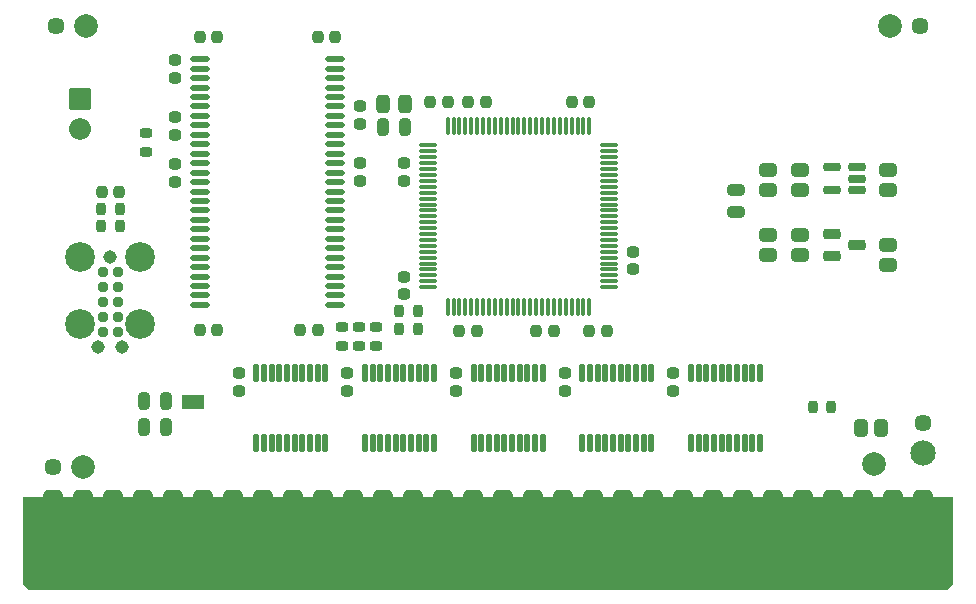
<source format=gts>
G04 #@! TF.GenerationSoftware,KiCad,Pcbnew,7.0.1-0*
G04 #@! TF.CreationDate,2023-10-30T17:31:41-04:00*
G04 #@! TF.ProjectId,RAM2E,52414d32-452e-46b6-9963-61645f706362,2.1*
G04 #@! TF.SameCoordinates,Original*
G04 #@! TF.FileFunction,Soldermask,Top*
G04 #@! TF.FilePolarity,Negative*
%FSLAX46Y46*%
G04 Gerber Fmt 4.6, Leading zero omitted, Abs format (unit mm)*
G04 Created by KiCad (PCBNEW 7.0.1-0) date 2023-10-30 17:31:41*
%MOMM*%
%LPD*%
G01*
G04 APERTURE LIST*
G04 Aperture macros list*
%AMRoundRect*
0 Rectangle with rounded corners*
0 $1 Rounding radius*
0 $2 $3 $4 $5 $6 $7 $8 $9 X,Y pos of 4 corners*
0 Add a 4 corners polygon primitive as box body*
4,1,4,$2,$3,$4,$5,$6,$7,$8,$9,$2,$3,0*
0 Add four circle primitives for the rounded corners*
1,1,$1+$1,$2,$3*
1,1,$1+$1,$4,$5*
1,1,$1+$1,$6,$7*
1,1,$1+$1,$8,$9*
0 Add four rect primitives between the rounded corners*
20,1,$1+$1,$2,$3,$4,$5,0*
20,1,$1+$1,$4,$5,$6,$7,0*
20,1,$1+$1,$6,$7,$8,$9,0*
20,1,$1+$1,$8,$9,$2,$3,0*%
G04 Aperture macros list end*
%ADD10C,0.000000*%
%ADD11C,0.076200*%
%ADD12C,2.000000*%
%ADD13RoundRect,0.136500X0.112500X-0.612500X0.112500X0.612500X-0.112500X0.612500X-0.112500X-0.612500X0*%
%ADD14RoundRect,0.262500X-0.262500X0.212500X-0.262500X-0.212500X0.262500X-0.212500X0.262500X0.212500X0*%
%ADD15RoundRect,0.457200X0.381000X3.289000X-0.381000X3.289000X-0.381000X-3.289000X0.381000X-3.289000X0*%
%ADD16RoundRect,0.262500X0.262500X-0.212500X0.262500X0.212500X-0.262500X0.212500X-0.262500X-0.212500X0*%
%ADD17RoundRect,0.164500X-0.640500X-0.114500X0.640500X-0.114500X0.640500X0.114500X-0.640500X0.114500X0*%
%ADD18C,2.152400*%
%ADD19RoundRect,0.312500X0.262500X0.437500X-0.262500X0.437500X-0.262500X-0.437500X0.262500X-0.437500X0*%
%ADD20RoundRect,0.312500X-0.437500X0.262500X-0.437500X-0.262500X0.437500X-0.262500X0.437500X0.262500X0*%
%ADD21RoundRect,0.262500X-0.212500X-0.262500X0.212500X-0.262500X0.212500X0.262500X-0.212500X0.262500X0*%
%ADD22RoundRect,0.262500X-0.212500X-0.487500X0.212500X-0.487500X0.212500X0.487500X-0.212500X0.487500X0*%
%ADD23C,1.448000*%
%ADD24RoundRect,0.312500X0.437500X-0.262500X0.437500X0.262500X-0.437500X0.262500X-0.437500X-0.262500X0*%
%ADD25RoundRect,0.250000X-0.475000X-0.200000X0.475000X-0.200000X0.475000X0.200000X-0.475000X0.200000X0*%
%ADD26RoundRect,0.262500X0.487500X-0.212500X0.487500X0.212500X-0.487500X0.212500X-0.487500X-0.212500X0*%
%ADD27RoundRect,0.076200X-0.850000X-0.850000X0.850000X-0.850000X0.850000X0.850000X-0.850000X0.850000X0*%
%ADD28O,1.852400X1.852400*%
%ADD29RoundRect,0.225000X-0.175000X-0.300000X0.175000X-0.300000X0.175000X0.300000X-0.175000X0.300000X0*%
%ADD30RoundRect,0.262500X0.212500X0.262500X-0.212500X0.262500X-0.212500X-0.262500X0.212500X-0.262500X0*%
%ADD31C,2.527300*%
%ADD32C,1.143000*%
%ADD33C,0.939800*%
%ADD34RoundRect,0.319950X0.243750X0.456250X-0.243750X0.456250X-0.243750X-0.456250X0.243750X-0.456250X0*%
%ADD35RoundRect,0.225000X-0.300000X0.175000X-0.300000X-0.175000X0.300000X-0.175000X0.300000X0.175000X0*%
%ADD36RoundRect,0.099000X0.662500X0.075000X-0.662500X0.075000X-0.662500X-0.075000X0.662500X-0.075000X0*%
%ADD37RoundRect,0.099000X0.075000X0.662500X-0.075000X0.662500X-0.075000X-0.662500X0.075000X-0.662500X0*%
%ADD38RoundRect,0.225000X0.175000X0.300000X-0.175000X0.300000X-0.175000X-0.300000X0.175000X-0.300000X0*%
%ADD39RoundRect,0.225000X0.300000X-0.175000X0.300000X0.175000X-0.300000X0.175000X-0.300000X-0.175000X0*%
%ADD40RoundRect,0.212500X0.512500X0.162500X-0.512500X0.162500X-0.512500X-0.162500X0.512500X-0.162500X0*%
G04 APERTURE END LIST*
D10*
G36*
X276860000Y-139446000D02*
G01*
X276352000Y-139954000D01*
X198628000Y-139954000D01*
X198120000Y-139446000D01*
X198120000Y-132080000D01*
X276860000Y-132080000D01*
X276860000Y-139446000D01*
G37*
D11*
X213360000Y-124587000D02*
X211582000Y-124587000D01*
X211582000Y-123444000D01*
X213360000Y-123444000D01*
X213360000Y-124587000D01*
G36*
X213360000Y-124587000D02*
G01*
X211582000Y-124587000D01*
X211582000Y-123444000D01*
X213360000Y-123444000D01*
X213360000Y-124587000D01*
G37*
D12*
X203200000Y-129540000D03*
X271526000Y-92202000D03*
D13*
X236250000Y-127550000D03*
X236900000Y-127550000D03*
X237550000Y-127550000D03*
X238200000Y-127550000D03*
X238850000Y-127550000D03*
X239500000Y-127550000D03*
X240150000Y-127550000D03*
X240800000Y-127550000D03*
X241450000Y-127550000D03*
X242100000Y-127550000D03*
X242100000Y-121650000D03*
X241450000Y-121650000D03*
X240800000Y-121650000D03*
X240150000Y-121650000D03*
X239500000Y-121650000D03*
X238850000Y-121650000D03*
X238200000Y-121650000D03*
X237550000Y-121650000D03*
X236900000Y-121650000D03*
X236250000Y-121650000D03*
D14*
X234750000Y-121650000D03*
X234750000Y-123150000D03*
X253150000Y-121650000D03*
X253150000Y-123150000D03*
D13*
X254650000Y-127550000D03*
X255300000Y-127550000D03*
X255950000Y-127550000D03*
X256600000Y-127550000D03*
X257250000Y-127550000D03*
X257900000Y-127550000D03*
X258550000Y-127550000D03*
X259200000Y-127550000D03*
X259850000Y-127550000D03*
X260500000Y-127550000D03*
X260500000Y-121650000D03*
X259850000Y-121650000D03*
X259200000Y-121650000D03*
X258550000Y-121650000D03*
X257900000Y-121650000D03*
X257250000Y-121650000D03*
X256600000Y-121650000D03*
X255950000Y-121650000D03*
X255300000Y-121650000D03*
X254650000Y-121650000D03*
D14*
X243950000Y-121650000D03*
X243950000Y-123150000D03*
D13*
X217850000Y-127550000D03*
X218500000Y-127550000D03*
X219150000Y-127550000D03*
X219800000Y-127550000D03*
X220450000Y-127550000D03*
X221100000Y-127550000D03*
X221750000Y-127550000D03*
X222400000Y-127550000D03*
X223050000Y-127550000D03*
X223700000Y-127550000D03*
X223700000Y-121650000D03*
X223050000Y-121650000D03*
X222400000Y-121650000D03*
X221750000Y-121650000D03*
X221100000Y-121650000D03*
X220450000Y-121650000D03*
X219800000Y-121650000D03*
X219150000Y-121650000D03*
X218500000Y-121650000D03*
X217850000Y-121650000D03*
X245450000Y-127550000D03*
X246100000Y-127550000D03*
X246750000Y-127550000D03*
X247400000Y-127550000D03*
X248050000Y-127550000D03*
X248700000Y-127550000D03*
X249350000Y-127550000D03*
X250000000Y-127550000D03*
X250650000Y-127550000D03*
X251300000Y-127550000D03*
X251300000Y-121650000D03*
X250650000Y-121650000D03*
X250000000Y-121650000D03*
X249350000Y-121650000D03*
X248700000Y-121650000D03*
X248050000Y-121650000D03*
X247400000Y-121650000D03*
X246750000Y-121650000D03*
X246100000Y-121650000D03*
X245450000Y-121650000D03*
D15*
X200660000Y-135282000D03*
X203200000Y-135282000D03*
X205740000Y-135282000D03*
X208280000Y-135282000D03*
X210820000Y-135282000D03*
X213360000Y-135282000D03*
X215900000Y-135282000D03*
X218440000Y-135282000D03*
X220980000Y-135282000D03*
X223520000Y-135282000D03*
X226060000Y-135282000D03*
X228600000Y-135282000D03*
X231140000Y-135282000D03*
X233680000Y-135282000D03*
X236220000Y-135282000D03*
X238760000Y-135282000D03*
X241300000Y-135282000D03*
X243840000Y-135282000D03*
X246380000Y-135282000D03*
X248920000Y-135282000D03*
X251460000Y-135282000D03*
X254000000Y-135282000D03*
X256540000Y-135282000D03*
X259080000Y-135282000D03*
X261620000Y-135282000D03*
X264160000Y-135282000D03*
X266700000Y-135282000D03*
X269240000Y-135282000D03*
X271780000Y-135282000D03*
X274320000Y-135282000D03*
D13*
X227050000Y-127550000D03*
X227700000Y-127550000D03*
X228350000Y-127550000D03*
X229000000Y-127550000D03*
X229650000Y-127550000D03*
X230300000Y-127550000D03*
X230950000Y-127550000D03*
X231600000Y-127550000D03*
X232250000Y-127550000D03*
X232900000Y-127550000D03*
X232900000Y-121650000D03*
X232250000Y-121650000D03*
X231600000Y-121650000D03*
X230950000Y-121650000D03*
X230300000Y-121650000D03*
X229650000Y-121650000D03*
X229000000Y-121650000D03*
X228350000Y-121650000D03*
X227700000Y-121650000D03*
X227050000Y-121650000D03*
D14*
X225550000Y-121650000D03*
X225550000Y-123150000D03*
X226600000Y-103850000D03*
X226600000Y-105350000D03*
D16*
X211000000Y-101450000D03*
X211000000Y-99950000D03*
X211000000Y-96650000D03*
X211000000Y-95150000D03*
X211000000Y-105450000D03*
X211000000Y-103950000D03*
D14*
X226600000Y-99050000D03*
X226600000Y-100550000D03*
D17*
X213050000Y-95050000D03*
X213050000Y-95850000D03*
X213050000Y-96650000D03*
X213050000Y-97450000D03*
X213050000Y-98250000D03*
X213050000Y-99050000D03*
X213050000Y-99850000D03*
X213050000Y-100650000D03*
X213050000Y-101450000D03*
X213050000Y-102250000D03*
X213050000Y-103050000D03*
X213050000Y-103850000D03*
X213050000Y-104650000D03*
X213050000Y-105450000D03*
X213050000Y-106250000D03*
X213050000Y-107050000D03*
X213050000Y-107850000D03*
X213050000Y-108650000D03*
X213050000Y-109450000D03*
X213050000Y-110250000D03*
X213050000Y-111050000D03*
X213050000Y-111850000D03*
X213050000Y-112650000D03*
X213050000Y-113450000D03*
X213050000Y-114250000D03*
X213050000Y-115050000D03*
X213050000Y-115850000D03*
X224550000Y-115850000D03*
X224550000Y-115050000D03*
X224550000Y-114250000D03*
X224550000Y-113450000D03*
X224550000Y-112650000D03*
X224550000Y-111850000D03*
X224550000Y-111050000D03*
X224550000Y-110250000D03*
X224550000Y-109450000D03*
X224550000Y-108650000D03*
X224550000Y-107850000D03*
X224550000Y-107050000D03*
X224550000Y-106250000D03*
X224550000Y-105450000D03*
X224550000Y-104650000D03*
X224550000Y-103850000D03*
X224550000Y-103050000D03*
X224550000Y-102250000D03*
X224550000Y-101450000D03*
X224550000Y-100650000D03*
X224550000Y-99850000D03*
X224550000Y-99050000D03*
X224550000Y-98250000D03*
X224550000Y-97450000D03*
X224550000Y-96650000D03*
X224550000Y-95850000D03*
X224550000Y-95050000D03*
D12*
X203454000Y-92202000D03*
D18*
X274320000Y-128397000D03*
D19*
X270725000Y-126238000D03*
X269025000Y-126238000D03*
D12*
X270129000Y-129286000D03*
D20*
X271350000Y-110800000D03*
X271350000Y-112500000D03*
D21*
X223050000Y-93150000D03*
X224550000Y-93150000D03*
D22*
X208346000Y-126174500D03*
X210246000Y-126174500D03*
X208346000Y-124015500D03*
X210246000Y-124015500D03*
D23*
X200660000Y-129540000D03*
X200914000Y-92202000D03*
X274066000Y-92202000D03*
X274320000Y-125857000D03*
D24*
X263900000Y-111650000D03*
X263900000Y-109950000D03*
D25*
X266600000Y-109850000D03*
X266600000Y-111750000D03*
X268700000Y-110800000D03*
D24*
X261200000Y-111650000D03*
X261200000Y-109950000D03*
D21*
X213050000Y-93150000D03*
X214550000Y-93150000D03*
D14*
X216350000Y-121650000D03*
X216350000Y-123150000D03*
D21*
X213050000Y-117950000D03*
X214550000Y-117950000D03*
D24*
X263900000Y-106100000D03*
X263900000Y-104400000D03*
X261200000Y-106100000D03*
X261200000Y-104400000D03*
D26*
X258500000Y-108000000D03*
X258500000Y-106100000D03*
D21*
X221550000Y-117950000D03*
X223050000Y-117950000D03*
D27*
X202946000Y-98425000D03*
D28*
X202946000Y-100965000D03*
D29*
X264950000Y-124500000D03*
X266550000Y-124500000D03*
D21*
X246050000Y-118050000D03*
X247550000Y-118050000D03*
D30*
X234050000Y-98650000D03*
X232550000Y-98650000D03*
D31*
X208026000Y-111760000D03*
D32*
X205486000Y-111760000D03*
D31*
X202946000Y-111760000D03*
X208026000Y-117475000D03*
X202946000Y-117475000D03*
D32*
X206502000Y-119380000D03*
X204470000Y-119380000D03*
D33*
X204851000Y-113030000D03*
X204851000Y-114300000D03*
X204851000Y-115570000D03*
X204851000Y-116840000D03*
X204851000Y-118110000D03*
X206121000Y-118110000D03*
X206121000Y-116840000D03*
X206121000Y-115570000D03*
X206121000Y-114300000D03*
X206121000Y-113030000D03*
D22*
X228550000Y-100800000D03*
X230450000Y-100800000D03*
D34*
X230437500Y-98850000D03*
X228562500Y-98850000D03*
D35*
X226550000Y-117750000D03*
X226550000Y-119350000D03*
X228000000Y-117750000D03*
X228000000Y-119350000D03*
X225100000Y-117750000D03*
X225100000Y-119350000D03*
D36*
X247712500Y-114350000D03*
X247712500Y-113850000D03*
X247712500Y-113350000D03*
X247712500Y-112850000D03*
X247712500Y-112350000D03*
X247712500Y-111850000D03*
X247712500Y-111350000D03*
X247712500Y-110850000D03*
X247712500Y-110350000D03*
X247712500Y-109850000D03*
X247712500Y-109350000D03*
X247712500Y-108850000D03*
X247712500Y-108350000D03*
X247712500Y-107850000D03*
X247712500Y-107350000D03*
X247712500Y-106850000D03*
X247712500Y-106350000D03*
X247712500Y-105850000D03*
X247712500Y-105350000D03*
X247712500Y-104850000D03*
X247712500Y-104350000D03*
X247712500Y-103850000D03*
X247712500Y-103350000D03*
X247712500Y-102850000D03*
X247712500Y-102350000D03*
D37*
X246050000Y-100687500D03*
X245550000Y-100687500D03*
X245050000Y-100687500D03*
X244550000Y-100687500D03*
X244050000Y-100687500D03*
X243550000Y-100687500D03*
X243050000Y-100687500D03*
X242550000Y-100687500D03*
X242050000Y-100687500D03*
X241550000Y-100687500D03*
X241050000Y-100687500D03*
X240550000Y-100687500D03*
X240050000Y-100687500D03*
X239550000Y-100687500D03*
X239050000Y-100687500D03*
X238550000Y-100687500D03*
X238050000Y-100687500D03*
X237550000Y-100687500D03*
X237050000Y-100687500D03*
X236550000Y-100687500D03*
X236050000Y-100687500D03*
X235550000Y-100687500D03*
X235050000Y-100687500D03*
X234550000Y-100687500D03*
X234050000Y-100687500D03*
D36*
X232387500Y-102350000D03*
X232387500Y-102850000D03*
X232387500Y-103350000D03*
X232387500Y-103850000D03*
X232387500Y-104350000D03*
X232387500Y-104850000D03*
X232387500Y-105350000D03*
X232387500Y-105850000D03*
X232387500Y-106350000D03*
X232387500Y-106850000D03*
X232387500Y-107350000D03*
X232387500Y-107850000D03*
X232387500Y-108350000D03*
X232387500Y-108850000D03*
X232387500Y-109350000D03*
X232387500Y-109850000D03*
X232387500Y-110350000D03*
X232387500Y-110850000D03*
X232387500Y-111350000D03*
X232387500Y-111850000D03*
X232387500Y-112350000D03*
X232387500Y-112850000D03*
X232387500Y-113350000D03*
X232387500Y-113850000D03*
X232387500Y-114350000D03*
D37*
X234050000Y-116012500D03*
X234550000Y-116012500D03*
X235050000Y-116012500D03*
X235550000Y-116012500D03*
X236050000Y-116012500D03*
X236550000Y-116012500D03*
X237050000Y-116012500D03*
X237550000Y-116012500D03*
X238050000Y-116012500D03*
X238550000Y-116012500D03*
X239050000Y-116012500D03*
X239550000Y-116012500D03*
X240050000Y-116012500D03*
X240550000Y-116012500D03*
X241050000Y-116012500D03*
X241550000Y-116012500D03*
X242050000Y-116012500D03*
X242550000Y-116012500D03*
X243050000Y-116012500D03*
X243550000Y-116012500D03*
X244050000Y-116012500D03*
X244550000Y-116012500D03*
X245050000Y-116012500D03*
X245550000Y-116012500D03*
X246050000Y-116012500D03*
D30*
X206250000Y-106300000D03*
X204750000Y-106300000D03*
D38*
X206300000Y-107750000D03*
X204700000Y-107750000D03*
X206300000Y-109200000D03*
X204700000Y-109200000D03*
D21*
X235800000Y-98650000D03*
X237300000Y-98650000D03*
D14*
X230350000Y-103850000D03*
X230350000Y-105350000D03*
X230350000Y-113450000D03*
X230350000Y-114950000D03*
D30*
X236550000Y-118050000D03*
X235050000Y-118050000D03*
X243050000Y-118050000D03*
X241550000Y-118050000D03*
D16*
X249750000Y-112850000D03*
X249750000Y-111350000D03*
D30*
X246050000Y-98650000D03*
X244550000Y-98650000D03*
D29*
X229900000Y-117850000D03*
X231500000Y-117850000D03*
X229900000Y-116400000D03*
X231500000Y-116400000D03*
D39*
X208550000Y-102900000D03*
X208550000Y-101300000D03*
D40*
X268700000Y-106100000D03*
X268700000Y-105150000D03*
X268700000Y-104200000D03*
X266600000Y-104200000D03*
X266600000Y-106100000D03*
D24*
X271350000Y-106100000D03*
X271350000Y-104400000D03*
M02*

</source>
